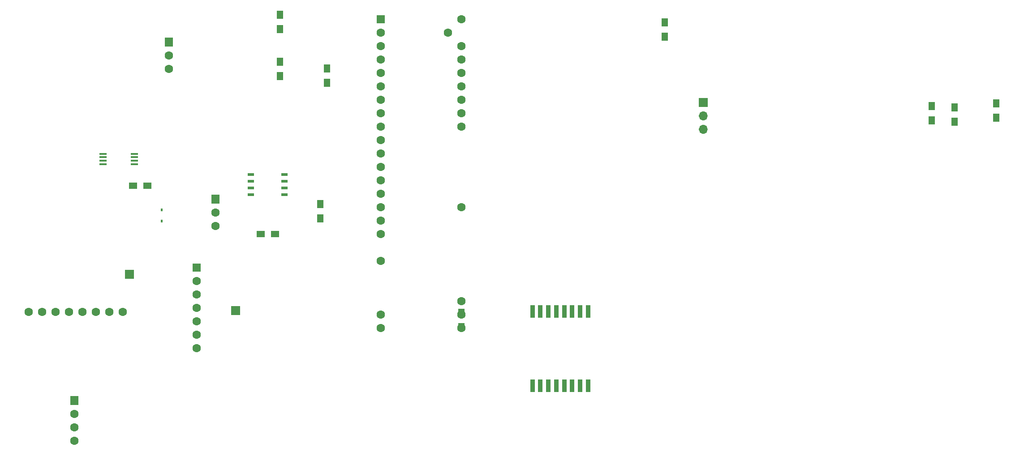
<source format=gbr>
G04 #@! TF.GenerationSoftware,KiCad,Pcbnew,(5.0.0)*
G04 #@! TF.CreationDate,2018-10-04T00:03:41-07:00*
G04 #@! TF.ProjectId,GPSLogger,4750534C6F676765722E6B696361645F,rev?*
G04 #@! TF.SameCoordinates,Original*
G04 #@! TF.FileFunction,Copper,L2,Bot,Signal*
G04 #@! TF.FilePolarity,Positive*
%FSLAX46Y46*%
G04 Gerber Fmt 4.6, Leading zero omitted, Abs format (unit mm)*
G04 Created by KiCad (PCBNEW (5.0.0)) date 10/04/18 00:03:41*
%MOMM*%
%LPD*%
G01*
G04 APERTURE LIST*
G04 #@! TA.AperFunction,ComponentPad*
%ADD10R,1.700000X1.700000*%
G04 #@! TD*
G04 #@! TA.AperFunction,ComponentPad*
%ADD11R,1.600000X1.700000*%
G04 #@! TD*
G04 #@! TA.AperFunction,ComponentPad*
%ADD12C,1.600000*%
G04 #@! TD*
G04 #@! TA.AperFunction,SMDPad,CuDef*
%ADD13R,0.450000X0.600000*%
G04 #@! TD*
G04 #@! TA.AperFunction,ComponentPad*
%ADD14O,1.700000X1.700000*%
G04 #@! TD*
G04 #@! TA.AperFunction,ComponentPad*
%ADD15R,1.600000X1.600000*%
G04 #@! TD*
G04 #@! TA.AperFunction,SMDPad,CuDef*
%ADD16R,1.300000X1.500000*%
G04 #@! TD*
G04 #@! TA.AperFunction,SMDPad,CuDef*
%ADD17R,1.143000X0.508000*%
G04 #@! TD*
G04 #@! TA.AperFunction,SMDPad,CuDef*
%ADD18R,1.450000X0.450000*%
G04 #@! TD*
G04 #@! TA.AperFunction,SMDPad,CuDef*
%ADD19R,1.500000X1.300000*%
G04 #@! TD*
G04 #@! TA.AperFunction,SMDPad,CuDef*
%ADD20R,0.900000X2.400000*%
G04 #@! TD*
G04 APERTURE END LIST*
D10*
G04 #@! TO.P,Batt+1,1*
G04 #@! TO.N,Net-(Batt+1-Pad1)*
X48972000Y-69582000D03*
G04 #@! TD*
G04 #@! TO.P,Batt-1,1*
G04 #@! TO.N,GND*
X69038000Y-76440000D03*
G04 #@! TD*
D11*
G04 #@! TO.P,BattSwitch1,1*
G04 #@! TO.N,N/C*
X65228000Y-55358000D03*
D12*
G04 #@! TO.P,BattSwitch1,2*
G04 #@! TO.N,Net-(Batt+1-Pad1)*
X65228000Y-57898000D03*
G04 #@! TO.P,BattSwitch1,3*
G04 #@! TO.N,Net-(BattSwitch1-Pad3)*
X65228000Y-60438000D03*
G04 #@! TD*
D11*
G04 #@! TO.P,BLE_PWR_Switch1,1*
G04 #@! TO.N,N/C*
X56465000Y-25640000D03*
D12*
G04 #@! TO.P,BLE_PWR_Switch1,2*
G04 #@! TO.N,/BLE_Pwr*
X56465000Y-28180000D03*
G04 #@! TO.P,BLE_PWR_Switch1,3*
G04 #@! TO.N,+BATT*
X56465000Y-30720000D03*
G04 #@! TD*
D13*
G04 #@! TO.P,D1,1*
G04 #@! TO.N,/BattPostSwitch*
X55068000Y-57356000D03*
G04 #@! TO.P,D1,2*
G04 #@! TO.N,/USBPower+*
X55068000Y-59456000D03*
G04 #@! TD*
D10*
G04 #@! TO.P,debug_conn1,1*
G04 #@! TO.N,/Debug_Tx_RX1_P1*
X157430000Y-37070000D03*
D14*
G04 #@! TO.P,debug_conn1,2*
G04 #@! TO.N,/Debug_Rx_TX1_P0*
X157430000Y-39610000D03*
G04 #@! TO.P,debug_conn1,3*
G04 #@! TO.N,GND*
X157430000Y-42150000D03*
G04 #@! TD*
D15*
G04 #@! TO.P,GPS_CONN1,1*
G04 #@! TO.N,GPS_Pwr*
X61672000Y-68312000D03*
D12*
G04 #@! TO.P,GPS_CONN1,2*
G04 #@! TO.N,GND*
X61672000Y-70852000D03*
G04 #@! TO.P,GPS_CONN1,3*
G04 #@! TO.N,N/C*
X61672000Y-73392000D03*
G04 #@! TO.P,GPS_CONN1,4*
X61672000Y-75932000D03*
G04 #@! TO.P,GPS_CONN1,5*
X61672000Y-78472000D03*
G04 #@! TO.P,GPS_CONN1,6*
X61672000Y-81012000D03*
G04 #@! TO.P,GPS_CONN1,7*
X61672000Y-83552000D03*
G04 #@! TD*
D16*
G04 #@! TO.P,LED_R1,1*
G04 #@! TO.N,Net-(LED_D1-Pad2)*
X200610000Y-37752000D03*
G04 #@! TO.P,LED_R1,2*
G04 #@! TO.N,LED1_P2*
X200610000Y-40452000D03*
G04 #@! TD*
G04 #@! TO.P,LED_R2,1*
G04 #@! TO.N,Net-(LED_D2-Pad2)*
X204928000Y-38006000D03*
G04 #@! TO.P,LED_R2,2*
G04 #@! TO.N,LED2_P3*
X204928000Y-40706000D03*
G04 #@! TD*
G04 #@! TO.P,LED_R3,1*
G04 #@! TO.N,Net-(LED_D3-Pad2)*
X212802000Y-37244000D03*
G04 #@! TO.P,LED_R3,2*
G04 #@! TO.N,LED3_P4*
X212802000Y-39944000D03*
G04 #@! TD*
G04 #@! TO.P,LED_R4,1*
G04 #@! TO.N,Net-(LED_D4-Pad2)*
X150191000Y-21877000D03*
G04 #@! TO.P,LED_R4,2*
G04 #@! TO.N,LED4_P5*
X150191000Y-24577000D03*
G04 #@! TD*
D17*
G04 #@! TO.P,MAX1,8*
G04 #@! TO.N,/BattPostSwitch*
X71959000Y-50659000D03*
G04 #@! TO.P,MAX1,7*
G04 #@! TO.N,N/C*
X71959000Y-51929000D03*
G04 #@! TO.P,MAX1,6*
X71959000Y-53199000D03*
G04 #@! TO.P,MAX1,5*
G04 #@! TO.N,GND*
X71959000Y-54469000D03*
G04 #@! TO.P,MAX1,4*
G04 #@! TO.N,Net-(MAX1-Pad4)*
X78309000Y-54469000D03*
G04 #@! TO.P,MAX1,3*
G04 #@! TO.N,Net-(MAX1-Pad3)*
X78309000Y-53199000D03*
G04 #@! TO.P,MAX1,2*
G04 #@! TO.N,N/C*
X78309000Y-51929000D03*
G04 #@! TO.P,MAX1,1*
X78309000Y-50659000D03*
G04 #@! TD*
D18*
G04 #@! TO.P,PwrEnFET1,1*
G04 #@! TO.N,+BATT*
X49890000Y-46763000D03*
G04 #@! TO.P,PwrEnFET1,2*
G04 #@! TO.N,/BattPostSwitch*
X49890000Y-47413000D03*
G04 #@! TO.P,PwrEnFET1,3*
X49890000Y-48063000D03*
G04 #@! TO.P,PwrEnFET1,4*
G04 #@! TO.N,Net-(MAX1-Pad4)*
X49890000Y-48713000D03*
G04 #@! TO.P,PwrEnFET1,5*
G04 #@! TO.N,/USBPower+*
X43990000Y-48713000D03*
G04 #@! TO.P,PwrEnFET1,6*
G04 #@! TO.N,Net-(BattSwitch1-Pad3)*
X43990000Y-48063000D03*
G04 #@! TO.P,PwrEnFET1,7*
X43990000Y-47413000D03*
G04 #@! TO.P,PwrEnFET1,8*
G04 #@! TO.N,/BattPostSwitch*
X43990000Y-46763000D03*
G04 #@! TD*
D16*
G04 #@! TO.P,R1,1*
G04 #@! TO.N,Net-(MAX1-Pad3)*
X85040000Y-56294000D03*
G04 #@! TO.P,R1,2*
G04 #@! TO.N,+BATT*
X85040000Y-58994000D03*
G04 #@! TD*
G04 #@! TO.P,R2,1*
G04 #@! TO.N,GND*
X111710000Y-76868000D03*
G04 #@! TO.P,R2,2*
G04 #@! TO.N,Net-(MAX1-Pad3)*
X111710000Y-79568000D03*
G04 #@! TD*
D19*
G04 #@! TO.P,R3,1*
G04 #@! TO.N,Net-(MAX1-Pad4)*
X76484000Y-61962000D03*
G04 #@! TO.P,R3,2*
G04 #@! TO.N,/BattPostSwitch*
X73784000Y-61962000D03*
G04 #@! TD*
G04 #@! TO.P,R5,1*
G04 #@! TO.N,GND*
X52354000Y-52818000D03*
G04 #@! TO.P,R5,2*
G04 #@! TO.N,/USBPower+*
X49654000Y-52818000D03*
G04 #@! TD*
D16*
G04 #@! TO.P,R10,1*
G04 #@! TO.N,Fun_Btn_3_P21*
X77420000Y-20480000D03*
G04 #@! TO.P,R10,2*
G04 #@! TO.N,GND*
X77420000Y-23180000D03*
G04 #@! TD*
G04 #@! TO.P,R11,1*
G04 #@! TO.N,Fun_Btn_2_P22*
X77420000Y-32070000D03*
G04 #@! TO.P,R11,2*
G04 #@! TO.N,GND*
X77420000Y-29370000D03*
G04 #@! TD*
G04 #@! TO.P,R12,1*
G04 #@! TO.N,Fun_Btn_1_P23*
X86310000Y-33340000D03*
G04 #@! TO.P,R12,2*
G04 #@! TO.N,GND*
X86310000Y-30640000D03*
G04 #@! TD*
D12*
G04 #@! TO.P,U4,1*
G04 #@! TO.N,+3V3*
X47702000Y-76694000D03*
G04 #@! TO.P,U4,2*
G04 #@! TO.N,N/C*
X45162000Y-76694000D03*
G04 #@! TO.P,U4,3*
G04 #@! TO.N,GND*
X42622000Y-76694000D03*
G04 #@! TO.P,U4,4*
G04 #@! TO.N,/I2c_SCL_P19*
X40082000Y-76694000D03*
G04 #@! TO.P,U4,5*
G04 #@! TO.N,/I2c_SDA_P18*
X37542000Y-76694000D03*
G04 #@! TO.P,U4,6*
G04 #@! TO.N,GND*
X35002000Y-76694000D03*
G04 #@! TO.P,U4,7*
G04 #@! TO.N,N/C*
X32462000Y-76694000D03*
G04 #@! TO.P,U4,8*
G04 #@! TO.N,GND*
X29922000Y-76694000D03*
G04 #@! TD*
G04 #@! TO.P,U5,4*
G04 #@! TO.N,/I2c_SDA_P18*
X38558000Y-101078000D03*
D11*
G04 #@! TO.P,U5,1*
G04 #@! TO.N,+3V3*
X38558000Y-93458000D03*
D12*
G04 #@! TO.P,U5,2*
G04 #@! TO.N,GND*
X38558000Y-95998000D03*
G04 #@! TO.P,U5,3*
G04 #@! TO.N,/I2c_SCL_P19*
X38558000Y-98538000D03*
G04 #@! TD*
G04 #@! TO.P,U3,17*
G04 #@! TO.N,/WAKE_UP_PIN*
X96470000Y-61962000D03*
G04 #@! TO.P,U3,19*
G04 #@! TO.N,N/C*
X96470000Y-67042000D03*
G04 #@! TO.P,U3,16*
G04 #@! TO.N,/WAKE_UP_PIN*
X96470000Y-59422000D03*
G04 #@! TO.P,U3,15*
G04 #@! TO.N,+3V3*
X96470000Y-56882000D03*
G04 #@! TO.P,U3,14*
G04 #@! TO.N,N/C*
X96470000Y-54342000D03*
G04 #@! TO.P,U3,23*
G04 #@! TO.N,/BLE_Tx_RX4_P31*
X96470000Y-77202000D03*
G04 #@! TO.P,U3,24*
G04 #@! TO.N,N/C*
X96470000Y-79742000D03*
G04 #@! TO.P,U3,30*
X111710000Y-79742000D03*
G04 #@! TO.P,U3,31*
X111710000Y-77202000D03*
G04 #@! TO.P,U3,32*
G04 #@! TO.N,Batt_Mon_P35*
X111710000Y-74662000D03*
G04 #@! TO.P,U3,13*
G04 #@! TO.N,N/C*
X96470000Y-51802000D03*
G04 #@! TO.P,U3,12*
X96470000Y-49262000D03*
G04 #@! TO.P,U3,11*
X96470000Y-46722000D03*
G04 #@! TO.P,U3,10*
X96470000Y-44182000D03*
G04 #@! TO.P,U3,9*
G04 #@! TO.N,GPS_Pwr_En_P7*
X96470000Y-41642000D03*
G04 #@! TO.P,U3,8*
G04 #@! TO.N,N/C*
X96470000Y-39102000D03*
G04 #@! TO.P,U3,7*
G04 #@! TO.N,LED4_P5*
X96470000Y-36562000D03*
G04 #@! TO.P,U3,6*
G04 #@! TO.N,LED3_P4*
X96470000Y-34022000D03*
G04 #@! TO.P,U3,5*
G04 #@! TO.N,LED2_P3*
X96470000Y-31482000D03*
G04 #@! TO.P,U3,4*
G04 #@! TO.N,LED1_P2*
X96470000Y-28942000D03*
G04 #@! TO.P,U3,3*
G04 #@! TO.N,/Debug_Tx_RX1_P1*
X96470000Y-26402000D03*
G04 #@! TO.P,U3,2*
G04 #@! TO.N,/Debug_Rx_TX1_P0*
X96470000Y-23862000D03*
D15*
G04 #@! TO.P,U3,1*
G04 #@! TO.N,GND*
X96470000Y-21322000D03*
D12*
G04 #@! TO.P,U3,39*
X111710000Y-56882000D03*
G04 #@! TO.P,U3,45*
G04 #@! TO.N,/I2c_SDA_P18*
X111710000Y-41642000D03*
G04 #@! TO.P,U3,46*
G04 #@! TO.N,/I2c_SCL_P19*
X111710000Y-39102000D03*
G04 #@! TO.P,U3,47*
G04 #@! TO.N,Batt_Mon_En_P20*
X111710000Y-36562000D03*
G04 #@! TO.P,U3,48*
G04 #@! TO.N,Fun_Btn_3_P21*
X111710000Y-34022000D03*
G04 #@! TO.P,U3,49*
G04 #@! TO.N,Fun_Btn_2_P22*
X111710000Y-31482000D03*
G04 #@! TO.P,U3,50*
G04 #@! TO.N,Fun_Btn_1_P23*
X111710000Y-28942000D03*
G04 #@! TO.P,U3,51*
G04 #@! TO.N,+3V3*
X111710000Y-26402000D03*
G04 #@! TO.P,U3,53*
G04 #@! TO.N,+BATT*
X111710000Y-21322000D03*
G04 #@! TO.P,U3,54*
G04 #@! TO.N,/USBPower+*
X109170000Y-23862000D03*
G04 #@! TD*
D20*
G04 #@! TO.P,U1,8*
G04 #@! TO.N,N/C*
X135656000Y-76576000D03*
G04 #@! TO.P,U1,7*
G04 #@! TO.N,Net-(U1-Pad7)*
X134156000Y-76576000D03*
G04 #@! TO.P,U1,6*
G04 #@! TO.N,Net-(U1-Pad6)*
X132656000Y-76576000D03*
G04 #@! TO.P,U1,5*
G04 #@! TO.N,Net-(U1-Pad5)*
X131156000Y-76576000D03*
G04 #@! TO.P,U1,4*
G04 #@! TO.N,Net-(U1-Pad4)*
X129656000Y-76576000D03*
G04 #@! TO.P,U1,3*
G04 #@! TO.N,Net-(U1-Pad3)*
X128156000Y-76576000D03*
G04 #@! TO.P,U1,2*
G04 #@! TO.N,Net-(U1-Pad2)*
X126656000Y-76576000D03*
G04 #@! TO.P,U1,1*
G04 #@! TO.N,Net-(U1-Pad1)*
X125156000Y-76576000D03*
G04 #@! TO.P,U1,16*
G04 #@! TO.N,Net-(U1-Pad16)*
X125156000Y-90676000D03*
G04 #@! TO.P,U1,15*
G04 #@! TO.N,Net-(U1-Pad15)*
X126656000Y-90676000D03*
G04 #@! TO.P,U1,14*
G04 #@! TO.N,Net-(U1-Pad14)*
X128156000Y-90676000D03*
G04 #@! TO.P,U1,13*
G04 #@! TO.N,Net-(U1-Pad13)*
X129656000Y-90676000D03*
G04 #@! TO.P,U1,12*
G04 #@! TO.N,Net-(U1-Pad12)*
X131156000Y-90676000D03*
G04 #@! TO.P,U1,11*
G04 #@! TO.N,Net-(U1-Pad11)*
X132656000Y-90676000D03*
G04 #@! TO.P,U1,10*
G04 #@! TO.N,N/C*
X134156000Y-90676000D03*
G04 #@! TO.P,U1,9*
G04 #@! TO.N,Net-(U1-Pad9)*
X135656000Y-90676000D03*
G04 #@! TD*
M02*

</source>
